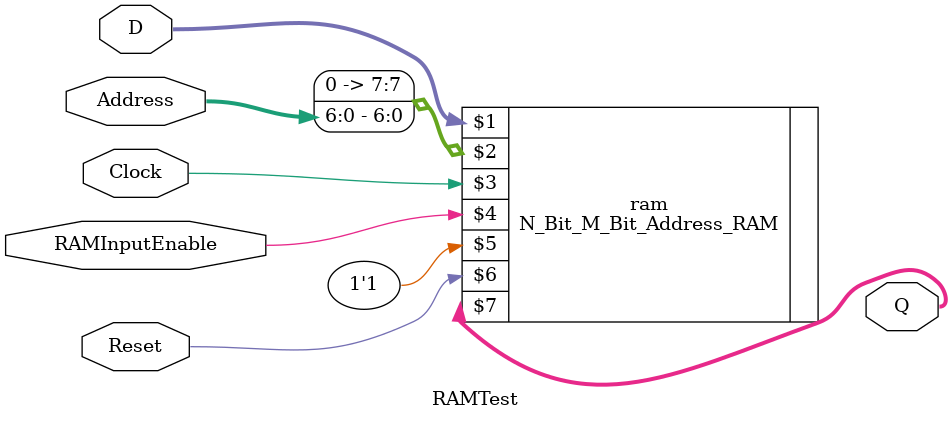
<source format=v>
module RAMTest(
    input [7:0] D,
    input [6:0] Address,
    input Clock, RAMInputEnable, Reset,
    output [7:0] Q
);

    N_Bit_M_Bit_Address_RAM #(8, 8) ram(D, {1'b0, Address}, Clock, RAMInputEnable, 1'b1, Reset, Q);

endmodule

</source>
